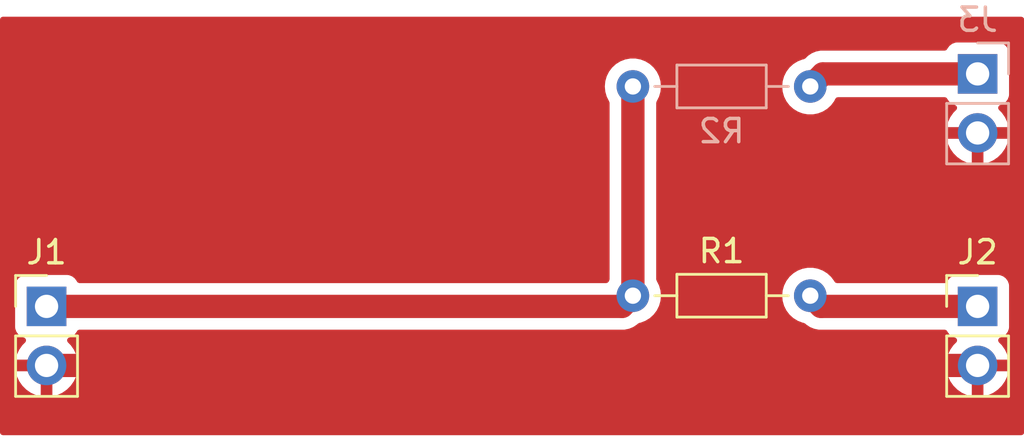
<source format=kicad_pcb>
(kicad_pcb (version 20240108) (generator "pcbnew") (generator_version "8.0")
  (layers (0 "F.Cu" signal) (31 "B.Cu" signal) (34 "B.Paste" user) (35 "F.Paste" user) (36 "B.SilkS" user "B.Silkscreen") (37 "F.SilkS" user "F.Silkscreen") (38 "B.Mask" user) (39 "F.Mask" user) (44 "Edge.Cuts" user))
  (net 0 "")
  (net 1 "Net-(J2-Pin_1)")
  (net 2 "Net-(J1-Pin_1)")
  (net 3 "GND")
  (net 4 "Net-(J3-Pin_1)")
  (footprint "Resistor_THT:R_Axial_DIN0204_L3.6mm_D1.6mm_P7.62mm_Horizontal" (layer "F.Cu") (at 164.19 103)
    (property "Reference" "R1" (at 3.81 -1.92 0) (layer "F.SilkS"))
    (property "Value" "SHUNT")
    (fp_line (start 0.94 0) (end 1.89 0) (stroke (width 0.12)) (layer "F.SilkS"))
    (fp_line (start 1.89 -0.92) (end 1.89 0.92) (stroke (width 0.12)) (layer "F.SilkS"))
    (fp_line (start 1.89 0.92) (end 5.73 0.92) (stroke (width 0.12)) (layer "F.SilkS"))
    (fp_line (start 5.73 -0.92) (end 1.89 -0.92) (stroke (width 0.12)) (layer "F.SilkS"))
    (fp_line (start 5.73 0.92) (end 5.73 -0.92) (stroke (width 0.12)) (layer "F.SilkS"))
    (fp_line (start 6.68 0) (end 5.73 0) (stroke (width 0.12)) (layer "F.SilkS"))
    (pad "1" thru_hole circle (at 0 0) (size 1.4 1.4) (drill 0.7) (layers "*.Cu" "*.Mask") (net 2 "Net-(J1-Pin_1)"))
    (pad "2" thru_hole oval (at 7.62 0) (size 1.4 1.4) (drill 0.7) (layers "*.Cu" "*.Mask") (net 1 "Net-(J2-Pin_1)"))
  )
  (footprint "Connector_PinHeader_2.54mm:PinHeader_1x02_P2.54mm_Vertical" (layer "F.Cu") (at 179 103.46)
    (property "Reference" "J2" (at 0 -2.33 0) (layer "F.SilkS"))
    (property "Value" "VOUT")
    (fp_line (start -1.33 -1.33) (end 0 -1.33) (stroke (width 0.12)) (layer "F.SilkS"))
    (fp_line (start -1.33 0) (end -1.33 -1.33) (stroke (width 0.12)) (layer "F.SilkS"))
    (fp_line (start -1.33 1.27) (end -1.33 3.87) (stroke (width 0.12)) (layer "F.SilkS"))
    (fp_line (start -1.33 1.27) (end 1.33 1.27) (stroke (width 0.12)) (layer "F.SilkS"))
    (fp_line (start -1.33 3.87) (end 1.33 3.87) (stroke (width 0.12)) (layer "F.SilkS"))
    (fp_line (start 1.33 1.27) (end 1.33 3.87) (stroke (width 0.12)) (layer "F.SilkS"))
    (pad "1" thru_hole rect (at 0 0) (size 1.7 1.7) (drill 1) (layers "*.Cu" "*.Mask") (net 1 "Net-(J2-Pin_1)"))
    (pad "2" thru_hole oval (at 0 2.54) (size 1.7 1.7) (drill 1) (layers "*.Cu" "*.Mask") (net 3 "GND"))
  )
  (footprint "Connector_PinHeader_2.54mm:PinHeader_1x02_P2.54mm_Vertical" (layer "F.Cu") (at 139 103.46)
    (property "Reference" "J1" (at 0 -2.33 0) (layer "F.SilkS"))
    (property "Value" "VIN")
    (fp_line (start -1.33 -1.33) (end 0 -1.33) (stroke (width 0.12)) (layer "F.SilkS"))
    (fp_line (start -1.33 0) (end -1.33 -1.33) (stroke (width 0.12)) (layer "F.SilkS"))
    (fp_line (start -1.33 1.27) (end -1.33 3.87) (stroke (width 0.12)) (layer "F.SilkS"))
    (fp_line (start -1.33 1.27) (end 1.33 1.27) (stroke (width 0.12)) (layer "F.SilkS"))
    (fp_line (start -1.33 3.87) (end 1.33 3.87) (stroke (width 0.12)) (layer "F.SilkS"))
    (fp_line (start 1.33 1.27) (end 1.33 3.87) (stroke (width 0.12)) (layer "F.SilkS"))
    (pad "1" thru_hole rect (at 0 0) (size 1.7 1.7) (drill 1) (layers "*.Cu" "*.Mask") (net 2 "Net-(J1-Pin_1)"))
    (pad "2" thru_hole oval (at 0 2.54) (size 1.7 1.7) (drill 1) (layers "*.Cu" "*.Mask") (net 3 "GND"))
  )
  (footprint "Resistor_THT:R_Axial_DIN0204_L3.6mm_D1.6mm_P7.62mm_Horizontal" (layer "B.Cu") (at 164.19 94)
    (property "Reference" "R2" (at 3.81 1.92 0) (layer "B.SilkS") (effects (justify mirror)))
    (property "Value" "SHUNT")
    (fp_line (start 1.89 -0.92) (end 1.89 0.92) (stroke (width 0.12)) (layer "B.SilkS"))
    (fp_line (start 1.89 0) (end 0.94 0) (stroke (width 0.12)) (layer "B.SilkS"))
    (fp_line (start 1.89 0.92) (end 5.73 0.92) (stroke (width 0.12)) (layer "B.SilkS"))
    (fp_line (start 5.73 -0.92) (end 1.89 -0.92) (stroke (width 0.12)) (layer "B.SilkS"))
    (fp_line (start 5.73 0) (end 6.68 0) (stroke (width 0.12)) (layer "B.SilkS"))
    (fp_line (start 5.73 0.92) (end 5.73 -0.92) (stroke (width 0.12)) (layer "B.SilkS"))
    (pad "1" thru_hole circle (at 0 0) (size 1.4 1.4) (drill 0.7) (layers "*.Cu" "*.Mask") (net 2 "Net-(J1-Pin_1)"))
    (pad "2" thru_hole oval (at 7.62 0) (size 1.4 1.4) (drill 0.7) (layers "*.Cu" "*.Mask") (net 4 "Net-(J3-Pin_1)"))
  )
  (footprint "Connector_PinHeader_2.54mm:PinHeader_1x02_P2.54mm_Vertical" (layer "B.Cu") (at 179 93.46 180)
    (property "Reference" "J3" (at 0 2.33 0) (layer "B.SilkS") (effects (justify mirror)))
    (property "Value" "VOUT")
    (fp_line (start 1.33 -1.27) (end -1.33 -1.27) (stroke (width 0.12)) (layer "B.SilkS"))
    (fp_line (start 1.33 -3.87) (end 1.33 -1.27) (stroke (width 0.12)) (layer "B.SilkS"))
    (fp_line (start 1.33 -3.87) (end -1.33 -3.87) (stroke (width 0.12)) (layer "B.SilkS"))
    (fp_line (start 0 1.33) (end -1.33 1.33) (stroke (width 0.12)) (layer "B.SilkS"))
    (fp_line (start -1.33 1.33) (end -1.33 0) (stroke (width 0.12)) (layer "B.SilkS"))
    (fp_line (start -1.33 -3.87) (end -1.33 -1.27) (stroke (width 0.12)) (layer "B.SilkS"))
    (pad "1" thru_hole rect (at 0 0 180) (size 1.7 1.7) (drill 1) (layers "*.Cu" "*.Mask") (net 4 "Net-(J3-Pin_1)"))
    (pad "2" thru_hole oval (at 0 -2.54 180) (size 1.7 1.7) (drill 1) (layers "*.Cu" "*.Mask") (net 3 "GND"))
  )
  (segment (start 172.27 103.46) (end 171.81 103) (width 1) (layer "F.Cu") (net 1))
  (segment (start 178.54 103) (end 179 103.46) (width 0.2) (layer "F.Cu") (net 1))
  (segment (start 179 103.46) (end 172.27 103.46) (width 1) (layer "F.Cu") (net 1))
  (segment (start 163.73 103.46) (end 164.19 103) (width 1) (layer "F.Cu") (net 2))
  (segment (start 139 103.46) (end 163.73 103.46) (width 1) (layer "F.Cu") (net 2))
  (segment (start 164.19 94) (end 164.19 103) (width 1) (layer "F.Cu") (net 2))
  (segment (start 139 106) (end 179 106) (width 1) (layer "F.Cu") (net 3))
  (segment (start 179 93.46) (end 172.35 93.46) (width 1) (layer "F.Cu") (net 4))
  (segment (start 172.35 93.46) (end 171.81 94) (width 1) (layer "F.Cu") (net 4))
  (segment (start 178.46 94) (end 179 93.46) (width 0.2) (layer "F.Cu") (net 4))
  (zone (net 3) (net_name "GND") (layer "F.Cu") (connect_pads (clearance 0.5)) (min_thickness 0.25) (fill yes (thermal_gap 0.5) (thermal_bridge_width 0.5))
    (polygon (pts (xy 181 91) (xy 137 91) (xy 137 109) (xy 181 109)))
  )
)
</source>
